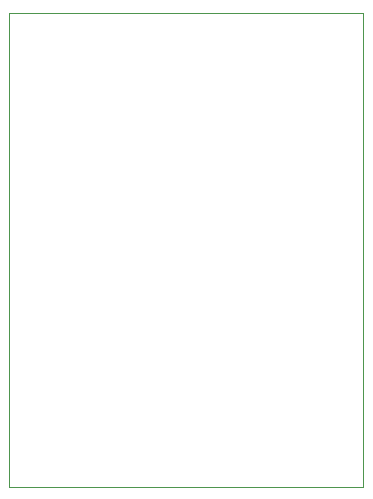
<source format=gbr>
%TF.GenerationSoftware,KiCad,Pcbnew,6.0.11+dfsg-1~bpo11+1*%
%TF.CreationDate,2023-05-28T01:27:10+00:00*%
%TF.ProjectId,I2CADC01,49324341-4443-4303-912e-6b696361645f,rev?*%
%TF.SameCoordinates,Original*%
%TF.FileFunction,Profile,NP*%
%FSLAX46Y46*%
G04 Gerber Fmt 4.6, Leading zero omitted, Abs format (unit mm)*
G04 Created by KiCad (PCBNEW 6.0.11+dfsg-1~bpo11+1) date 2023-05-28 01:27:10*
%MOMM*%
%LPD*%
G01*
G04 APERTURE LIST*
%TA.AperFunction,Profile*%
%ADD10C,0.100000*%
%TD*%
G04 APERTURE END LIST*
D10*
X30226000Y40386000D02*
X30226000Y254000D01*
X254000Y40386000D02*
X30226000Y40386000D01*
X254000Y254000D02*
X254000Y40386000D01*
X30226000Y254000D02*
X254000Y254000D01*
M02*

</source>
